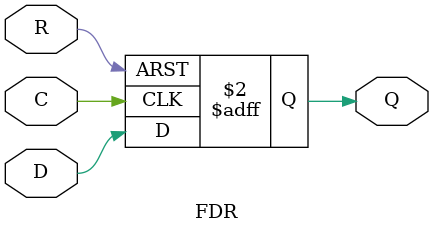
<source format=v>


module FD (/*AUTOARG*/
   // Outputs
   Q,
   // Inputs
   C, D
   ) ;
   input C;
   input D;
   output reg Q;

   always @(posedge C)
     Q <= D;      
endmodule // FD


module FDR (/*AUTOARG*/
   // Outputs
   Q,
   // Inputs
   C, R, D
   ) ;
   input C;
   input R;
   input D;
   output reg Q;

   always @(posedge C or posedge R)
     if (R) begin
        Q <= 0;        
     end else begin
        Q <= D;        
     end
   
endmodule // FDR

</source>
